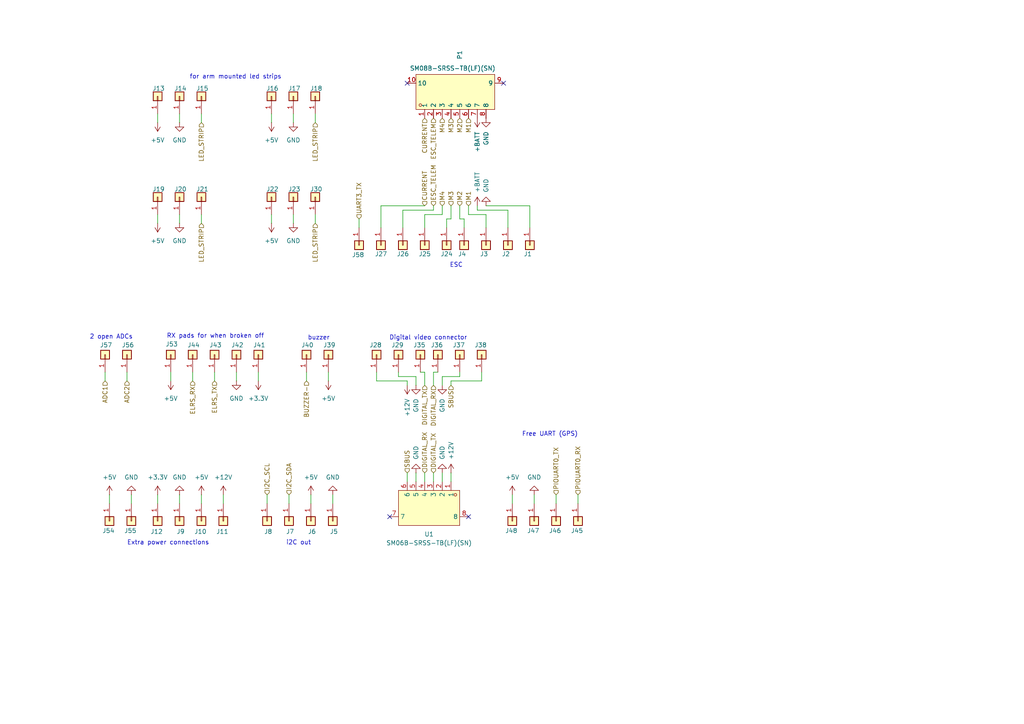
<source format=kicad_sch>
(kicad_sch (version 20250114) (generator "eeschema") (generator_version "9.0")
  (paper "A4")
  (lib_symbols
    (symbol "+5V_1" (power) (pin_numbers (hide yes)) (pin_names (offset 0) (hide yes))
      (property "Value" "+5V" (at 0 3.556 0))
      (symbol "+5V_1_0_1"
        (polyline (pts (xy -0.762 1.27) (xy 0 2.54)))
        (polyline (pts (xy 0 2.54) (xy 0.762 1.27)))
        (polyline (pts (xy 0 0) (xy 0 2.54)))
      )
      (symbol "+5V_1_1_1"
        (pin power_in line (at 0 0 90) (length 0) (name "~") (number "1"))
      )
    )
    (symbol "+BATT_1" (power) (pin_numbers (hide yes)) (pin_names (offset 0) (hide yes))
      (property "Value" "+BATT" (at 0 3.556 0))
      (symbol "+BATT_1_0_1"
        (polyline (pts (xy -0.762 1.27) (xy 0 2.54)))
        (polyline (pts (xy 0 2.54) (xy 0.762 1.27)))
        (polyline (pts (xy 0 0) (xy 0 2.54)))
      )
      (symbol "+BATT_1_1_1"
        (pin power_in line (at 0 0 90) (length 0) (name "~") (number "1"))
      )
    )
    (symbol "Connector_Generic:Conn_01x01" (pin_names (offset 1.016) (hide yes))
      (property "Reference" "J" (at 0 2.54 0))
      (property "Value" "Conn_01x01" (at 0 -2.54 0))
      (symbol "Conn_01x01_1_1"
        (rectangle (start -1.27 1.27) (end 1.27 -1.27) (stroke (width 0.254)) (fill (type background)))
        (rectangle (start -1.27 0.127) (end 0 -0.127) (stroke (width 0.1524)))
        (pin passive line (at -5.08 0 0) (length 3.81) (name "Pin_1") (number "1"))
      )
    )
    (symbol "lib:SM06B-SRSS-TB(LF)(SN)"
      (property "Reference" "U" (at 0 17.78 0))
      (property "Value" "SM06B-SRSS-TB(LF)(SN)" (at 0 -15.24 0))
      (symbol "SM06B-SRSS-TB(LF)(SN)_0_1"
        (rectangle (start -2.54 10.16) (end 7.62 -7.62) (fill (type background)))
        (circle (center -1.27 8.89) (radius 0.38))
        (pin unspecified line (at -5.08 7.62 0) (length 2.54) (name "1") (number "1"))
        (pin unspecified line (at -5.08 5.08 0) (length 2.54) (name "2") (number "2"))
        (pin unspecified line (at -5.08 2.54 0) (length 2.54) (name "3") (number "3"))
        (pin unspecified line (at -5.08 0 0) (length 2.54) (name "4") (number "4"))
        (pin unspecified line (at -5.08 -2.54 0) (length 2.54) (name "5") (number "5"))
        (pin unspecified line (at -5.08 -5.08 0) (length 2.54) (name "6") (number "6"))
        (pin unspecified line (at 5.08 12.7 270) (length 2.54) (name "8") (number "8"))
        (pin unspecified line (at 5.08 -10.16 90) (length 2.54) (name "7") (number "7"))
      )
    )
    (symbol "lib:SM08B-SRSS-TB(LF)(SN)"
      (property "Reference" "P" (at 0 17.78 0))
      (property "Value" "SM08B-SRSS-TB(LF)(SN)" (at 0 -20.32 0))
      (symbol "SM08B-SRSS-TB(LF)(SN)_0_1"
        (rectangle (start -2.54 10.16) (end 7.62 -12.7) (fill (type background)))
        (circle (center -1.27 8.89) (radius 0.38))
        (pin unspecified line (at -5.08 7.62 0) (length 2.54) (name "1") (number "1"))
        (pin unspecified line (at -5.08 5.08 0) (length 2.54) (name "2") (number "2"))
        (pin unspecified line (at -5.08 2.54 0) (length 2.54) (name "3") (number "3"))
        (pin unspecified line (at -5.08 0 0) (length 2.54) (name "4") (number "4"))
        (pin unspecified line (at -5.08 -2.54 0) (length 2.54) (name "5") (number "5"))
        (pin unspecified line (at -5.08 -5.08 0) (length 2.54) (name "6") (number "6"))
        (pin unspecified line (at -5.08 -7.62 0) (length 2.54) (name "7") (number "7"))
        (pin unspecified line (at -5.08 -10.16 0) (length 2.54) (name "8") (number "8"))
        (pin unspecified line (at 5.08 12.7 270) (length 2.54) (name "10") (number "10"))
        (pin unspecified line (at 5.08 -15.24 90) (length 2.54) (name "9") (number "9"))
      )
    )
    (symbol "power:+3.3V" (power) (pin_numbers (hide yes)) (pin_names (offset 0) (hide yes))
      (property "Value" "+3.3V" (at 0 3.556 0))
      (symbol "+3.3V_0_1"
        (polyline (pts (xy -0.762 1.27) (xy 0 2.54)))
        (polyline (pts (xy 0 2.54) (xy 0.762 1.27)))
        (polyline (pts (xy 0 0) (xy 0 2.54)))
      )
      (symbol "+3.3V_1_1"
        (pin power_in line (at 0 0 90) (length 0) (name "~") (number "1"))
      )
    )
    (symbol "power:GND" (power) (pin_numbers (hide yes)) (pin_names (offset 0) (hide yes))
      (property "Value" "GND" (at 0 -3.81 0))
      (symbol "GND_0_1"
        (polyline (pts (xy 0 0) (xy 0 -1.27) (xy 1.27 -1.27) (xy 0 -2.54) (xy -1.27 -1.27) (xy 0 -1.27)))
      )
      (symbol "GND_1_1"
        (pin power_in line (at 0 0 270) (length 0) (name "~") (number "1"))
      )
    )
  )
  (text "Free UART (GPS)" (at 159.512 125.984 0) (effects (font (size 1.27 1.27))))
  (text "i2C out" (at 86.614 157.48 0) (effects (font (size 1.27 1.27))))
  (text "2 open ADCs" (at 32.258 97.79 0) (effects (font (size 1.27 1.27))))
  (text "buzzer\n" (at 92.456 98.044 0) (effects (font (size 1.27 1.27))))
  (text "RX pads for when broken off" (at 62.484 97.536 0) (effects (font (size 1.27 1.27))))
  (text "ESC" (at 132.334 76.962 0) (effects (font (size 1.27 1.27))))
  (text "Digital video connector" (at 124.206 98.044 0) (effects (font (size 1.27 1.27))))
  (text "Extra power connections\n" (at 48.768 157.48 0) (effects (font (size 1.27 1.27))))
  (text "for arm mounted led strips" (at 68.326 22.352 0) (effects (font (size 1.27 1.27))))
  (no_connect (at 113.03 149.86))
  (no_connect (at 135.89 149.86))
  (no_connect (at 118.11 24.13))
  (no_connect (at 146.05 24.13))
  (wire (pts (xy 130.81 111.76) (xy 130.81 110.49)))
  (wire (pts (xy 115.57 109.22) (xy 115.57 107.95)))
  (wire (pts (xy 130.81 110.49) (xy 139.7 110.49)))
  (wire (pts (xy 52.07 33.02) (xy 52.07 35.56)))
  (wire (pts (xy 123.19 137.16) (xy 123.19 139.7)))
  (wire (pts (xy 128.27 137.16) (xy 128.27 139.7)))
  (wire (pts (xy 118.11 111.76) (xy 118.11 110.49)))
  (wire (pts (xy 128.27 111.76) (xy 128.27 109.22)))
  (wire (pts (xy 128.27 109.22) (xy 133.35 109.22)))
  (wire (pts (xy 49.53 107.95) (xy 49.53 110.49)))
  (wire (pts (xy 130.81 63.5) (xy 130.81 59.69)))
  (wire (pts (xy 109.22 110.49) (xy 109.22 107.95)))
  (wire (pts (xy 125.73 60.96) (xy 125.73 59.69)))
  (wire (pts (xy 140.97 59.69) (xy 153.67 59.69)))
  (wire (pts (xy 140.97 62.23) (xy 135.89 62.23)))
  (wire (pts (xy 36.83 107.95) (xy 36.83 110.49)))
  (wire (pts (xy 129.54 63.5) (xy 129.54 66.04)))
  (wire (pts (xy 153.67 66.04) (xy 153.67 59.69)))
  (wire (pts (xy 123.19 66.04) (xy 123.19 62.23)))
  (wire (pts (xy 118.11 110.49) (xy 109.22 110.49)))
  (wire (pts (xy 110.49 66.04) (xy 110.49 59.69)))
  (wire (pts (xy 140.97 66.04) (xy 140.97 62.23)))
  (wire (pts (xy 45.72 62.23) (xy 45.72 64.77)))
  (wire (pts (xy 123.19 62.23) (xy 128.27 62.23)))
  (wire (pts (xy 118.11 137.16) (xy 118.11 139.7)))
  (wire (pts (xy 116.84 66.04) (xy 116.84 60.96)))
  (wire (pts (xy 85.09 62.23) (xy 85.09 64.77)))
  (wire (pts (xy 58.42 62.23) (xy 58.42 64.77)))
  (wire (pts (xy 38.1 146.05) (xy 38.1 143.51)))
  (wire (pts (xy 68.58 107.95) (xy 68.58 110.49)))
  (wire (pts (xy 120.65 111.76) (xy 120.65 109.22)))
  (wire (pts (xy 96.52 146.05) (xy 96.52 143.51)))
  (wire (pts (xy 154.94 146.05) (xy 154.94 143.51)))
  (wire (pts (xy 77.47 143.51) (xy 77.47 146.05)))
  (wire (pts (xy 78.74 33.02) (xy 78.74 35.56)))
  (wire (pts (xy 161.29 146.05) (xy 161.29 143.51)))
  (wire (pts (xy 134.62 63.5) (xy 133.35 63.5)))
  (wire (pts (xy 148.59 146.05) (xy 148.59 143.51)))
  (wire (pts (xy 83.82 146.05) (xy 83.82 143.51)))
  (wire (pts (xy 74.93 107.95) (xy 74.93 110.49)))
  (wire (pts (xy 130.81 137.16) (xy 130.81 139.7)))
  (wire (pts (xy 120.65 109.22) (xy 115.57 109.22)))
  (wire (pts (xy 138.43 60.96) (xy 138.43 59.69)))
  (wire (pts (xy 45.72 146.05) (xy 45.72 143.51)))
  (wire (pts (xy 123.19 107.95) (xy 121.92 107.95)))
  (wire (pts (xy 95.25 107.95) (xy 95.25 110.49)))
  (wire (pts (xy 52.07 146.05) (xy 52.07 143.51)))
  (wire (pts (xy 78.74 62.23) (xy 78.74 64.77)))
  (wire (pts (xy 90.17 146.05) (xy 90.17 143.51)))
  (wire (pts (xy 58.42 33.02) (xy 58.42 35.56)))
  (wire (pts (xy 135.89 62.23) (xy 135.89 59.69)))
  (wire (pts (xy 88.9 107.95) (xy 88.9 110.49)))
  (wire (pts (xy 133.35 63.5) (xy 133.35 59.69)))
  (wire (pts (xy 91.44 33.02) (xy 91.44 35.56)))
  (wire (pts (xy 64.77 146.05) (xy 64.77 143.51)))
  (wire (pts (xy 125.73 111.76) (xy 125.73 107.95)))
  (wire (pts (xy 139.7 110.49) (xy 139.7 107.95)))
  (wire (pts (xy 104.14 66.04) (xy 104.14 63.5)))
  (wire (pts (xy 134.62 63.5) (xy 134.62 66.04)))
  (wire (pts (xy 30.48 107.95) (xy 30.48 110.49)))
  (wire (pts (xy 129.54 63.5) (xy 130.81 63.5)))
  (wire (pts (xy 110.49 59.69) (xy 123.19 59.69)))
  (wire (pts (xy 116.84 60.96) (xy 125.73 60.96)))
  (wire (pts (xy 31.75 146.05) (xy 31.75 143.51)))
  (wire (pts (xy 120.65 137.16) (xy 120.65 139.7)))
  (wire (pts (xy 133.35 109.22) (xy 133.35 107.95)))
  (wire (pts (xy 128.27 62.23) (xy 128.27 59.69)))
  (wire (pts (xy 45.72 33.02) (xy 45.72 35.56)))
  (wire (pts (xy 62.23 107.95) (xy 62.23 110.49)))
  (wire (pts (xy 125.73 137.16) (xy 125.73 139.7)))
  (wire (pts (xy 147.32 60.96) (xy 138.43 60.96)))
  (wire (pts (xy 55.88 107.95) (xy 55.88 110.49)))
  (wire (pts (xy 58.42 146.05) (xy 58.42 143.51)))
  (wire (pts (xy 125.73 107.95) (xy 127 107.95)))
  (wire (pts (xy 91.44 62.23) (xy 91.44 64.77)))
  (wire (pts (xy 52.07 62.23) (xy 52.07 64.77)))
  (wire (pts (xy 167.64 146.05) (xy 167.64 143.51)))
  (wire (pts (xy 85.09 33.02) (xy 85.09 35.56)))
  (wire (pts (xy 147.32 66.04) (xy 147.32 60.96)))
  (wire (pts (xy 123.19 111.76) (xy 123.19 107.95)))
  (hierarchical_label "LED_STRIP" (shape input) (at 91.44 35.56 270))
  (hierarchical_label "M1" (shape input) (at 135.89 59.69 90))
  (hierarchical_label "LED_STRIP" (shape input) (at 58.42 64.77 270))
  (hierarchical_label "ESC_TELEM" (shape input) (at 125.73 34.29 270))
  (hierarchical_label "CURRENT" (shape input) (at 123.19 34.29 270))
  (hierarchical_label "LED_STRIP" (shape input) (at 91.44 64.77 270))
  (hierarchical_label "PIOUART0_RX" (shape input) (at 167.64 143.51 90))
  (hierarchical_label "SBUS" (shape input) (at 130.81 111.76 270))
  (hierarchical_label "M4" (shape input) (at 128.27 59.69 90))
  (hierarchical_label "DIGITAL_TX" (shape input) (at 123.19 111.76 270))
  (hierarchical_label "M2" (shape input) (at 133.35 34.29 270))
  (hierarchical_label "I2C_SDA" (shape input) (at 83.82 143.51 90))
  (hierarchical_label "DIGITAL_TX" (shape input) (at 125.73 137.16 90))
  (hierarchical_label "I2C_SCL" (shape input) (at 77.47 143.51 90))
  (hierarchical_label "M1" (shape input) (at 135.89 34.29 270))
  (hierarchical_label "LED_STRIP" (shape input) (at 58.42 35.56 270))
  (hierarchical_label "M3" (shape input) (at 130.81 34.29 270))
  (hierarchical_label "DIGITAL_RX" (shape input) (at 123.19 137.16 90))
  (hierarchical_label "PIOUART0_TX" (shape input) (at 161.29 143.51 90))
  (hierarchical_label "ESC_TELEM" (shape input) (at 125.73 59.69 90))
  (hierarchical_label "BUZZER-" (shape input) (at 88.9 110.49 270))
  (hierarchical_label "ADC1" (shape input) (at 30.48 110.49 270))
  (hierarchical_label "CURRENT" (shape input) (at 123.19 59.69 90))
  (hierarchical_label "M3" (shape input) (at 130.81 59.69 90))
  (hierarchical_label "M4" (shape input) (at 128.27 34.29 270))
  (hierarchical_label "DIGITAL_RX" (shape input) (at 125.73 111.76 270))
  (hierarchical_label "UART3_TX" (shape input) (at 104.14 63.5 90))
  (hierarchical_label "ADC2" (shape input) (at 36.83 110.49 270))
  (hierarchical_label "ELRS_RX" (shape input) (at 55.88 110.49 270))
  (hierarchical_label "ELRS_TX" (shape input) (at 62.23 110.49 270))
  (hierarchical_label "SBUS" (shape input) (at 118.11 137.16 90))
  (hierarchical_label "M2" (shape input) (at 133.35 59.69 90))
  (symbol (lib_id "Connector_Generic:Conn_01x01") (at 52.07 57.15 90) (unit 1)
    (property "Reference" "J20" (at 50.546 54.864 90) (effects (justify right)))
    (property "Value" "5V" (effects (hide yes)))
    (property "Footprint" "lib:small_pad" (effects (hide yes)))
    (property "Description" "Generic connector, single row, 01x01, script generated (kicad-library-utils/schlib/autogen/connector/)" (effects (hide yes)))
  )
  (symbol (lib_id "Connector_Generic:Conn_01x01") (at 77.47 151.13 270) (unit 1)
    (property "Reference" "J8" (at 78.994 154.178 90) (effects (justify right)))
    (property "Value" "5V" (effects (hide yes)))
    (property "Footprint" "lib:small_pad" (effects (hide yes)))
    (property "Description" "Generic connector, single row, 01x01, script generated (kicad-library-utils/schlib/autogen/connector/)" (effects (hide yes)))
  )
  (symbol (lib_id "Connector_Generic:Conn_01x01") (at 147.32 71.12 90) (mirror x) (unit 1)
    (property "Reference" "J2" (at 145.542 73.66 90) (effects (justify right)))
    (property "Value" "5V" (effects (hide yes)))
    (property "Footprint" "lib:small_pad" (effects (hide yes)))
    (property "Description" "Generic connector, single row, 01x01, script generated (kicad-library-utils/schlib/autogen/connector/)" (effects (hide yes)))
  )
  (symbol (lib_id "Connector_Generic:Conn_01x01") (at 55.88 102.87 90) (unit 1)
    (property "Reference" "J44" (at 54.356 100.076 90) (effects (justify right)))
    (property "Value" "5V" (effects (hide yes)))
    (property "Footprint" "lib:small_pad" (effects (hide yes)))
    (property "Description" "Generic connector, single row, 01x01, script generated (kicad-library-utils/schlib/autogen/connector/)" (effects (hide yes)))
  )
  (symbol (lib_id "Connector_Generic:Conn_01x01") (at 30.48 102.87 90) (unit 1)
    (property "Reference" "J57" (at 28.956 100.076 90) (effects (justify right)))
    (property "Value" "5V" (effects (hide yes)))
    (property "Footprint" "lib:small_pad" (effects (hide yes)))
    (property "Description" "Generic connector, single row, 01x01, script generated (kicad-library-utils/schlib/autogen/connector/)" (effects (hide yes)))
  )
  (symbol (lib_name "+5V_1") (lib_id "power:+5V") (at 148.59 143.51 0) (unit 1)
    (property "Reference" "#PWR036" (effects (hide yes)))
    (property "Value" "+5V" (at 148.59 138.43 0))
    (property "Description" "Power symbol creates a global label with name \"+5V\"" (effects (hide yes)))
  )
  (symbol (lib_id "power:GND") (at 52.07 35.56 0) (unit 1)
    (property "Reference" "#PWR0182" (effects (hide yes)))
    (property "Value" "GND" (at 52.07 40.64 0))
  )
  (symbol (lib_id "power:GND") (at 85.09 64.77 0) (unit 1)
    (property "Reference" "#PWR0188" (effects (hide yes)))
    (property "Value" "GND" (at 85.09 69.85 0))
  )
  (symbol (lib_id "Connector_Generic:Conn_01x01") (at 121.92 102.87 270) (mirror x) (unit 1)
    (property "Reference" "J35" (at 123.444 100.076 90) (effects (justify right)))
    (property "Value" "5V" (effects (hide yes)))
    (property "Footprint" "lib:small_pad" (effects (hide yes)))
    (property "Description" "Generic connector, single row, 01x01, script generated (kicad-library-utils/schlib/autogen/connector/)" (effects (hide yes)))
  )
  (symbol (lib_id "lib:SM06B-SRSS-TB(LF)(SN)") (at 123.19 144.78 270) (unit 1)
    (property "Reference" "U1" (at 124.46 154.94 90))
    (property "Value" "SM06B-SRSS-TB(LF)(SN)" (at 124.46 157.48 90))
    (property "Footprint" "lib:CONN-SMD_SM06B-SRSS-TB-LF-SN" (effects (hide yes)))
    (property "Datasheet" "https://lcsc.com/product-detail/Others_JST-Sales-America__JST-Sales-America-SM06B-SRSS-TB-LF-SN_C160405.html" (effects (hide yes)))
    (property "LCSC Part" "C160405" (effects (hide yes)))
  )
  (symbol (lib_id "Connector_Generic:Conn_01x01") (at 134.62 71.12 90) (mirror x) (unit 1)
    (property "Reference" "J4" (at 132.842 73.66 90) (effects (justify right)))
    (property "Value" "5V" (effects (hide yes)))
    (property "Footprint" "lib:small_pad" (effects (hide yes)))
    (property "Description" "Generic connector, single row, 01x01, script generated (kicad-library-utils/schlib/autogen/connector/)" (effects (hide yes)))
  )
  (symbol (lib_id "Connector_Generic:Conn_01x01") (at 49.53 102.87 90) (unit 1)
    (property "Reference" "J53" (at 48.006 99.822 90) (effects (justify right)))
    (property "Value" "5V" (effects (hide yes)))
    (property "Footprint" "lib:small_pad" (effects (hide yes)))
    (property "Description" "Generic connector, single row, 01x01, script generated (kicad-library-utils/schlib/autogen/connector/)" (effects (hide yes)))
  )
  (symbol (lib_id "Connector_Generic:Conn_01x01") (at 64.77 151.13 270) (unit 1)
    (property "Reference" "J11" (at 66.294 154.178 90) (effects (justify right)))
    (property "Value" "5V" (effects (hide yes)))
    (property "Footprint" "lib:small_pad" (effects (hide yes)))
    (property "Description" "Generic connector, single row, 01x01, script generated (kicad-library-utils/schlib/autogen/connector/)" (effects (hide yes)))
  )
  (symbol (lib_id "power:GND") (at 128.27 137.16 180) (unit 1)
    (property "Reference" "#PWR0302" (effects (hide yes)))
    (property "Value" "GND" (at 128.2701 133.35 90) (effects (justify right)))
  )
  (symbol (lib_id "power:GND") (at 68.58 110.49 0) (unit 1)
    (property "Reference" "#PWR030" (effects (hide yes)))
    (property "Value" "GND" (at 68.58 115.57 0))
  )
  (symbol (lib_id "Connector_Generic:Conn_01x01") (at 45.72 57.15 90) (unit 1)
    (property "Reference" "J19" (at 44.196 54.864 90) (effects (justify right)))
    (property "Value" "5V" (effects (hide yes)))
    (property "Footprint" "lib:small_pad" (effects (hide yes)))
    (property "Description" "Generic connector, single row, 01x01, script generated (kicad-library-utils/schlib/autogen/connector/)" (effects (hide yes)))
  )
  (symbol (lib_id "Connector_Generic:Conn_01x01") (at 74.93 102.87 90) (unit 1)
    (property "Reference" "J41" (at 73.406 100.076 90) (effects (justify right)))
    (property "Value" "5V" (effects (hide yes)))
    (property "Footprint" "lib:small_pad" (effects (hide yes)))
    (property "Description" "Generic connector, single row, 01x01, script generated (kicad-library-utils/schlib/autogen/connector/)" (effects (hide yes)))
  )
  (symbol (lib_id "Connector_Generic:Conn_01x01") (at 58.42 57.15 90) (unit 1)
    (property "Reference" "J21" (at 56.896 54.864 90) (effects (justify right)))
    (property "Value" "5V" (effects (hide yes)))
    (property "Footprint" "lib:small_pad" (effects (hide yes)))
    (property "Description" "Generic connector, single row, 01x01, script generated (kicad-library-utils/schlib/autogen/connector/)" (effects (hide yes)))
  )
  (symbol (lib_id "Connector_Generic:Conn_01x01") (at 109.22 102.87 270) (mirror x) (unit 1)
    (property "Reference" "J28" (at 110.744 100.076 90) (effects (justify right)))
    (property "Value" "5V" (effects (hide yes)))
    (property "Footprint" "lib:small_pad" (effects (hide yes)))
    (property "Description" "Generic connector, single row, 01x01, script generated (kicad-library-utils/schlib/autogen/connector/)" (effects (hide yes)))
  )
  (symbol (lib_id "Connector_Generic:Conn_01x01") (at 78.74 27.94 90) (unit 1)
    (property "Reference" "J16" (at 77.216 25.654 90) (effects (justify right)))
    (property "Value" "5V" (effects (hide yes)))
    (property "Footprint" "lib:small_pad" (effects (hide yes)))
    (property "Description" "Generic connector, single row, 01x01, script generated (kicad-library-utils/schlib/autogen/connector/)" (effects (hide yes)))
  )
  (symbol (lib_id "power:GND") (at 140.97 59.69 180) (unit 1)
    (property "Reference" "#PWR023" (effects (hide yes)))
    (property "Value" "GND" (at 140.9701 55.88 90) (effects (justify right)))
  )
  (symbol (lib_id "Connector_Generic:Conn_01x01") (at 85.09 27.94 90) (unit 1)
    (property "Reference" "J17" (at 83.566 25.654 90) (effects (justify right)))
    (property "Value" "5V" (effects (hide yes)))
    (property "Footprint" "lib:small_pad" (effects (hide yes)))
    (property "Description" "Generic connector, single row, 01x01, script generated (kicad-library-utils/schlib/autogen/connector/)" (effects (hide yes)))
  )
  (symbol (lib_id "power:GND") (at 128.27 111.76 0) (unit 1)
    (property "Reference" "#PWR025" (effects (hide yes)))
    (property "Value" "GND" (at 128.2699 115.57 90) (effects (justify right)))
  )
  (symbol (lib_name "+5V_1") (lib_id "power:+5V") (at 45.72 64.77 180) (unit 1)
    (property "Reference" "#PWR0180" (effects (hide yes)))
    (property "Value" "+5V" (at 45.72 69.85 0))
    (property "Description" "Power symbol creates a global label with name \"+5V\"" (effects (hide yes)))
  )
  (symbol (lib_id "power:+3.3V") (at 45.72 143.51 0) (unit 1)
    (property "Reference" "#PWR034" (effects (hide yes)))
    (property "Value" "+3.3V" (at 45.72 138.43 0))
    (property "Description" "Power symbol creates a global label with name \"+3.3V\"" (effects (hide yes)))
  )
  (symbol (lib_id "Connector_Generic:Conn_01x01") (at 133.35 102.87 270) (mirror x) (unit 1)
    (property "Reference" "J37" (at 134.874 100.076 90) (effects (justify right)))
    (property "Value" "5V" (effects (hide yes)))
    (property "Footprint" "lib:small_pad" (effects (hide yes)))
    (property "Description" "Generic connector, single row, 01x01, script generated (kicad-library-utils/schlib/autogen/connector/)" (effects (hide yes)))
  )
  (symbol (lib_id "Connector_Generic:Conn_01x01") (at 36.83 102.87 90) (unit 1)
    (property "Reference" "J56" (at 35.306 100.076 90) (effects (justify right)))
    (property "Value" "5V" (effects (hide yes)))
    (property "Footprint" "lib:small_pad" (effects (hide yes)))
    (property "Description" "Generic connector, single row, 01x01, script generated (kicad-library-utils/schlib/autogen/connector/)" (effects (hide yes)))
  )
  (symbol (lib_name "+5V_1") (lib_id "power:+5V") (at 49.53 110.49 0) (mirror x) (unit 1)
    (property "Reference" "#PWR037" (effects (hide yes)))
    (property "Value" "+5V" (at 49.53 115.57 0))
    (property "Description" "Power symbol creates a global label with name \"+5V\"" (effects (hide yes)))
  )
  (symbol (lib_name "+5V_1") (lib_id "power:+5V") (at 31.75 143.51 0) (unit 1)
    (property "Reference" "#PWR038" (effects (hide yes)))
    (property "Value" "+5V" (at 31.75 138.43 0))
    (property "Description" "Power symbol creates a global label with name \"+5V\"" (effects (hide yes)))
  )
  (symbol (lib_id "power:GND") (at 120.65 137.16 180) (unit 1)
    (property "Reference" "#PWR0301" (effects (hide yes)))
    (property "Value" "GND" (at 120.6501 133.35 90) (effects (justify right)))
  )
  (symbol (lib_id "Connector_Generic:Conn_01x01") (at 110.49 71.12 90) (mirror x) (unit 1)
    (property "Reference" "J27" (at 108.712 73.66 90) (effects (justify right)))
    (property "Value" "5V" (effects (hide yes)))
    (property "Footprint" "lib:small_pad" (effects (hide yes)))
    (property "Description" "Generic connector, single row, 01x01, script generated (kicad-library-utils/schlib/autogen/connector/)" (effects (hide yes)))
  )
  (symbol (lib_id "Connector_Generic:Conn_01x01") (at 91.44 27.94 90) (unit 1)
    (property "Reference" "J18" (at 89.916 25.654 90) (effects (justify right)))
    (property "Value" "5V" (effects (hide yes)))
    (property "Footprint" "lib:small_pad" (effects (hide yes)))
    (property "Description" "Generic connector, single row, 01x01, script generated (kicad-library-utils/schlib/autogen/connector/)" (effects (hide yes)))
  )
  (symbol (lib_name "+5V_1") (lib_id "power:+5V") (at 78.74 64.77 180) (unit 1)
    (property "Reference" "#PWR0186" (effects (hide yes)))
    (property "Value" "+5V" (at 78.74 69.85 0))
    (property "Description" "Power symbol creates a global label with name \"+5V\"" (effects (hide yes)))
  )
  (symbol (lib_id "Connector_Generic:Conn_01x01") (at 58.42 151.13 270) (unit 1)
    (property "Reference" "J10" (at 59.944 154.178 90) (effects (justify right)))
    (property "Value" "5V" (effects (hide yes)))
    (property "Footprint" "lib:small_pad" (effects (hide yes)))
    (property "Description" "Generic connector, single row, 01x01, script generated (kicad-library-utils/schlib/autogen/connector/)" (effects (hide yes)))
  )
  (symbol (lib_name "+5V_1") (lib_id "power:+5V") (at 95.25 110.49 180) (unit 1)
    (property "Reference" "#PWR028" (effects (hide yes)))
    (property "Value" "+5V" (at 95.25 115.57 0))
    (property "Description" "Power symbol creates a global label with name \"+5V\"" (effects (hide yes)))
  )
  (symbol (lib_id "power:GND") (at 85.09 35.56 0) (unit 1)
    (property "Reference" "#PWR0187" (effects (hide yes)))
    (property "Value" "GND" (at 85.09 40.64 0))
  )
  (symbol (lib_name "+5V_1") (lib_id "power:+5V") (at 45.72 35.56 180) (unit 1)
    (property "Reference" "#PWR0179" (effects (hide yes)))
    (property "Value" "+5V" (at 45.72 40.64 0))
    (property "Description" "Power symbol creates a global label with name \"+5V\"" (effects (hide yes)))
  )
  (symbol (lib_id "power:GND") (at 52.07 64.77 0) (unit 1)
    (property "Reference" "#PWR0183" (effects (hide yes)))
    (property "Value" "GND" (at 52.07 69.85 0))
  )
  (symbol (lib_id "Connector_Generic:Conn_01x01") (at 62.23 102.87 90) (unit 1)
    (property "Reference" "J43" (at 60.706 100.076 90) (effects (justify right)))
    (property "Value" "5V" (effects (hide yes)))
    (property "Footprint" "lib:small_pad" (effects (hide yes)))
    (property "Description" "Generic connector, single row, 01x01, script generated (kicad-library-utils/schlib/autogen/connector/)" (effects (hide yes)))
  )
  (symbol (lib_id "Connector_Generic:Conn_01x01") (at 78.74 57.15 90) (unit 1)
    (property "Reference" "J22" (at 77.216 54.864 90) (effects (justify right)))
    (property "Value" "5V" (effects (hide yes)))
    (property "Footprint" "lib:small_pad" (effects (hide yes)))
    (property "Description" "Generic connector, single row, 01x01, script generated (kicad-library-utils/schlib/autogen/connector/)" (effects (hide yes)))
  )
  (symbol (lib_id "lib:SM08B-SRSS-TB(LF)(SN)") (at 130.81 29.21 90) (unit 1)
    (property "Reference" "P1" (at 133.35 17.272 0) (effects (justify left)))
    (property "Value" "SM08B-SRSS-TB(LF)(SN)" (at 143.764 19.812 90) (effects (justify left)))
    (property "Footprint" "lib:CONN-TH_SM08B-SRSS-TB-LF-SN" (effects (hide yes)))
    (property "Datasheet" "https://lcsc.com/product-detail/Others_JST-Sales-America__JST-Sales-America-SM08B-SRSS-TB-LF-SN_C160407.html" (effects (hide yes)))
    (property "LCSC Part" "C160407" (effects (hide yes)))
  )
  (symbol (lib_id "power:+3.3V") (at 74.93 110.49 180) (unit 1)
    (property "Reference" "#PWR029" (effects (hide yes)))
    (property "Value" "+3.3V" (at 74.93 115.57 0))
    (property "Description" "Power symbol creates a global label with name \"+3.3V\"" (effects (hide yes)))
  )
  (symbol (lib_name "+5V_1") (lib_id "power:+5V") (at 90.17 143.51 0) (mirror y) (unit 1)
    (property "Reference" "#PWR0203" (effects (hide yes)))
    (property "Value" "+5V" (at 90.17 138.43 0))
    (property "Description" "Power symbol creates a global label with name \"+5V\"" (effects (hide yes)))
  )
  (symbol (lib_id "Connector_Generic:Conn_01x01") (at 96.52 151.13 270) (unit 1)
    (property "Reference" "J5" (at 98.044 154.178 90) (effects (justify right)))
    (property "Value" "5V" (effects (hide yes)))
    (property "Footprint" "lib:small_pad" (effects (hide yes)))
    (property "Description" "Generic connector, single row, 01x01, script generated (kicad-library-utils/schlib/autogen/connector/)" (effects (hide yes)))
  )
  (symbol (lib_id "Connector_Generic:Conn_01x01") (at 154.94 151.13 270) (unit 1)
    (property "Reference" "J47" (at 156.464 153.924 90) (effects (justify right)))
    (property "Value" "5V" (effects (hide yes)))
    (property "Footprint" "lib:small_pad" (effects (hide yes)))
    (property "Description" "Generic connector, single row, 01x01, script generated (kicad-library-utils/schlib/autogen/connector/)" (effects (hide yes)))
  )
  (symbol (lib_id "Connector_Generic:Conn_01x01") (at 95.25 102.87 90) (unit 1)
    (property "Reference" "J39" (at 93.726 100.076 90) (effects (justify right)))
    (property "Value" "5V" (effects (hide yes)))
    (property "Footprint" "lib:small_pad" (effects (hide yes)))
    (property "Description" "Generic connector, single row, 01x01, script generated (kicad-library-utils/schlib/autogen/connector/)" (effects (hide yes)))
  )
  (symbol (lib_id "Connector_Generic:Conn_01x01") (at 104.14 71.12 270) (unit 1)
    (property "Reference" "J58" (at 105.664 73.914 90) (effects (justify right)))
    (property "Value" "5V" (effects (hide yes)))
    (property "Footprint" "lib:small_pad" (effects (hide yes)))
    (property "Description" "Generic connector, single row, 01x01, script generated (kicad-library-utils/schlib/autogen/connector/)" (effects (hide yes)))
  )
  (symbol (lib_id "Connector_Generic:Conn_01x01") (at 139.7 102.87 270) (mirror x) (unit 1)
    (property "Reference" "J38" (at 141.224 100.076 90) (effects (justify right)))
    (property "Value" "5V" (effects (hide yes)))
    (property "Footprint" "lib:small_pad" (effects (hide yes)))
    (property "Description" "Generic connector, single row, 01x01, script generated (kicad-library-utils/schlib/autogen/connector/)" (effects (hide yes)))
  )
  (symbol (lib_id "Connector_Generic:Conn_01x01") (at 88.9 102.87 90) (unit 1)
    (property "Reference" "J40" (at 87.376 100.076 90) (effects (justify right)))
    (property "Value" "5V" (effects (hide yes)))
    (property "Footprint" "lib:small_pad" (effects (hide yes)))
    (property "Description" "Generic connector, single row, 01x01, script generated (kicad-library-utils/schlib/autogen/connector/)" (effects (hide yes)))
  )
  (symbol (lib_id "Connector_Generic:Conn_01x01") (at 58.42 27.94 90) (unit 1)
    (property "Reference" "J15" (at 56.896 25.654 90) (effects (justify right)))
    (property "Value" "5V" (effects (hide yes)))
    (property "Footprint" "lib:small_pad" (effects (hide yes)))
    (property "Description" "Generic connector, single row, 01x01, script generated (kicad-library-utils/schlib/autogen/connector/)" (effects (hide yes)))
  )
  (symbol (lib_name "+5V_1") (lib_id "power:+5V") (at 118.11 111.76 180) (unit 1)
    (property "Reference" "#PWR027" (effects (hide yes)))
    (property "Value" "+12V" (at 118.1099 115.57 90) (effects (justify left)))
    (property "Description" "Power symbol creates a global label with name \"+5V\"" (effects (hide yes)))
  )
  (symbol (lib_id "Connector_Generic:Conn_01x01") (at 52.07 27.94 90) (unit 1)
    (property "Reference" "J14" (at 50.546 25.654 90) (effects (justify right)))
    (property "Value" "5V" (effects (hide yes)))
    (property "Footprint" "lib:small_pad" (effects (hide yes)))
    (property "Description" "Generic connector, single row, 01x01, script generated (kicad-library-utils/schlib/autogen/connector/)" (effects (hide yes)))
  )
  (symbol (lib_id "Connector_Generic:Conn_01x01") (at 148.59 151.13 270) (unit 1)
    (property "Reference" "J48" (at 150.114 153.924 90) (effects (justify right)))
    (property "Value" "5V" (effects (hide yes)))
    (property "Footprint" "lib:small_pad" (effects (hide yes)))
    (property "Description" "Generic connector, single row, 01x01, script generated (kicad-library-utils/schlib/autogen/connector/)" (effects (hide yes)))
  )
  (symbol (lib_id "Connector_Generic:Conn_01x01") (at 115.57 102.87 270) (mirror x) (unit 1)
    (property "Reference" "J29" (at 117.094 100.076 90) (effects (justify right)))
    (property "Value" "5V" (effects (hide yes)))
    (property "Footprint" "lib:small_pad" (effects (hide yes)))
    (property "Description" "Generic connector, single row, 01x01, script generated (kicad-library-utils/schlib/autogen/connector/)" (effects (hide yes)))
  )
  (symbol (lib_id "Connector_Generic:Conn_01x01") (at 153.67 71.12 90) (mirror x) (unit 1)
    (property "Reference" "J1" (at 151.892 73.66 90) (effects (justify right)))
    (property "Value" "5V" (effects (hide yes)))
    (property "Footprint" "lib:small_pad" (effects (hide yes)))
    (property "Description" "Generic connector, single row, 01x01, script generated (kicad-library-utils/schlib/autogen/connector/)" (effects (hide yes)))
  )
  (symbol (lib_id "power:GND") (at 140.97 34.29 0) (mirror y) (unit 1)
    (property "Reference" "#PWR022" (effects (hide yes)))
    (property "Value" "GND" (at 140.9701 38.1 90) (effects (justify right)))
  )
  (symbol (lib_id "Connector_Generic:Conn_01x01") (at 31.75 151.13 270) (unit 1)
    (property "Reference" "J54" (at 33.274 153.924 90) (effects (justify right)))
    (property "Value" "5V" (effects (hide yes)))
    (property "Footprint" "lib:small_pad" (effects (hide yes)))
    (property "Description" "Generic connector, single row, 01x01, script generated (kicad-library-utils/schlib/autogen/connector/)" (effects (hide yes)))
  )
  (symbol (lib_id "Connector_Generic:Conn_01x01") (at 38.1 151.13 270) (unit 1)
    (property "Reference" "J55" (at 39.624 153.924 90) (effects (justify right)))
    (property "Value" "5V" (effects (hide yes)))
    (property "Footprint" "lib:small_pad" (effects (hide yes)))
    (property "Description" "Generic connector, single row, 01x01, script generated (kicad-library-utils/schlib/autogen/connector/)" (effects (hide yes)))
  )
  (symbol (lib_id "Connector_Generic:Conn_01x01") (at 123.19 71.12 90) (mirror x) (unit 1)
    (property "Reference" "J25" (at 121.412 73.66 90) (effects (justify right)))
    (property "Value" "5V" (effects (hide yes)))
    (property "Footprint" "lib:small_pad" (effects (hide yes)))
    (property "Description" "Generic connector, single row, 01x01, script generated (kicad-library-utils/schlib/autogen/connector/)" (effects (hide yes)))
  )
  (symbol (lib_name "+5V_1") (lib_id "power:+5V") (at 130.81 137.16 0) (unit 1)
    (property "Reference" "#PWR0303" (effects (hide yes)))
    (property "Value" "+12V" (at 130.8101 133.35 90) (effects (justify left)))
    (property "Description" "Power symbol creates a global label with name \"+5V\"" (effects (hide yes)))
  )
  (symbol (lib_id "Connector_Generic:Conn_01x01") (at 116.84 71.12 90) (mirror x) (unit 1)
    (property "Reference" "J26" (at 115.062 73.66 90) (effects (justify right)))
    (property "Value" "5V" (effects (hide yes)))
    (property "Footprint" "lib:small_pad" (effects (hide yes)))
    (property "Description" "Generic connector, single row, 01x01, script generated (kicad-library-utils/schlib/autogen/connector/)" (effects (hide yes)))
  )
  (symbol (lib_id "Connector_Generic:Conn_01x01") (at 68.58 102.87 90) (unit 1)
    (property "Reference" "J42" (at 67.056 100.076 90) (effects (justify right)))
    (property "Value" "5V" (effects (hide yes)))
    (property "Footprint" "lib:small_pad" (effects (hide yes)))
    (property "Description" "Generic connector, single row, 01x01, script generated (kicad-library-utils/schlib/autogen/connector/)" (effects (hide yes)))
  )
  (symbol (lib_id "Connector_Generic:Conn_01x01") (at 85.09 57.15 90) (unit 1)
    (property "Reference" "J23" (at 83.566 54.864 90) (effects (justify right)))
    (property "Value" "5V" (effects (hide yes)))
    (property "Footprint" "lib:small_pad" (effects (hide yes)))
    (property "Description" "Generic connector, single row, 01x01, script generated (kicad-library-utils/schlib/autogen/connector/)" (effects (hide yes)))
  )
  (symbol (lib_name "+5V_1") (lib_id "power:+5V") (at 78.74 35.56 180) (unit 1)
    (property "Reference" "#PWR0185" (effects (hide yes)))
    (property "Value" "+5V" (at 78.74 40.64 0))
    (property "Description" "Power symbol creates a global label with name \"+5V\"" (effects (hide yes)))
  )
  (symbol (lib_name "+5V_1") (lib_id "power:+5V") (at 58.42 143.51 0) (unit 1)
    (property "Reference" "#PWR032" (effects (hide yes)))
    (property "Value" "+5V" (at 58.42 138.43 0))
    (property "Description" "Power symbol creates a global label with name \"+5V\"" (effects (hide yes)))
  )
  (symbol (lib_id "power:GND") (at 52.07 143.51 180) (unit 1)
    (property "Reference" "#PWR033" (effects (hide yes)))
    (property "Value" "GND" (at 52.07 138.43 0))
  )
  (symbol (lib_name "+BATT_1") (lib_id "power:+BATT") (at 138.43 34.29 0) (mirror x) (unit 1)
    (property "Reference" "#PWR021" (effects (hide yes)))
    (property "Value" "+BATT" (at 138.4301 38.1 90) (effects (justify left)))
    (property "Description" "Power symbol creates a global label with name \"+BATT\"" (effects (hide yes)))
  )
  (symbol (lib_id "Connector_Generic:Conn_01x01") (at 129.54 71.12 90) (mirror x) (unit 1)
    (property "Reference" "J24" (at 127.762 73.66 90) (effects (justify right)))
    (property "Value" "5V" (effects (hide yes)))
    (property "Footprint" "lib:small_pad" (effects (hide yes)))
    (property "Description" "Generic connector, single row, 01x01, script generated (kicad-library-utils/schlib/autogen/connector/)" (effects (hide yes)))
  )
  (symbol (lib_id "Connector_Generic:Conn_01x01") (at 52.07 151.13 270) (unit 1)
    (property "Reference" "J9" (at 53.594 154.178 90) (effects (justify right)))
    (property "Value" "5V" (effects (hide yes)))
    (property "Footprint" "lib:small_pad" (effects (hide yes)))
    (property "Description" "Generic connector, single row, 01x01, script generated (kicad-library-utils/schlib/autogen/connector/)" (effects (hide yes)))
  )
  (symbol (lib_name "+5V_1") (lib_id "power:+5V") (at 64.77 143.51 0) (unit 1)
    (property "Reference" "#PWR031" (effects (hide yes)))
    (property "Value" "+12V" (at 64.77 138.43 0))
    (property "Description" "Power symbol creates a global label with name \"+5V\"" (effects (hide yes)))
  )
  (symbol (lib_id "power:GND") (at 38.1 143.51 180) (unit 1)
    (property "Reference" "#PWR039" (effects (hide yes)))
    (property "Value" "GND" (at 38.1 138.43 0))
  )
  (symbol (lib_id "Connector_Generic:Conn_01x01") (at 127 102.87 270) (mirror x) (unit 1)
    (property "Reference" "J36" (at 128.524 100.076 90) (effects (justify right)))
    (property "Value" "5V" (effects (hide yes)))
    (property "Footprint" "lib:small_pad" (effects (hide yes)))
    (property "Description" "Generic connector, single row, 01x01, script generated (kicad-library-utils/schlib/autogen/connector/)" (effects (hide yes)))
  )
  (symbol (lib_id "Connector_Generic:Conn_01x01") (at 140.97 71.12 90) (mirror x) (unit 1)
    (property "Reference" "J3" (at 139.192 73.66 90) (effects (justify right)))
    (property "Value" "5V" (effects (hide yes)))
    (property "Footprint" "lib:small_pad" (effects (hide yes)))
    (property "Description" "Generic connector, single row, 01x01, script generated (kicad-library-utils/schlib/autogen/connector/)" (effects (hide yes)))
  )
  (symbol (lib_id "Connector_Generic:Conn_01x01") (at 45.72 27.94 90) (unit 1)
    (property "Reference" "J13" (at 44.196 25.654 90) (effects (justify right)))
    (property "Value" "5V" (effects (hide yes)))
    (property "Footprint" "lib:small_pad" (effects (hide yes)))
    (property "Description" "Generic connector, single row, 01x01, script generated (kicad-library-utils/schlib/autogen/connector/)" (effects (hide yes)))
  )
  (symbol (lib_id "power:GND") (at 96.52 143.51 0) (mirror x) (unit 1)
    (property "Reference" "#PWR0204" (effects (hide yes)))
    (property "Value" "GND" (at 96.52 138.43 0))
  )
  (symbol (lib_id "Connector_Generic:Conn_01x01") (at 45.72 151.13 270) (unit 1)
    (property "Reference" "J12" (at 47.244 154.178 90) (effects (justify right)))
    (property "Value" "5V" (effects (hide yes)))
    (property "Footprint" "lib:small_pad" (effects (hide yes)))
    (property "Description" "Generic connector, single row, 01x01, script generated (kicad-library-utils/schlib/autogen/connector/)" (effects (hide yes)))
  )
  (symbol (lib_id "Connector_Generic:Conn_01x01") (at 161.29 151.13 270) (unit 1)
    (property "Reference" "J46" (at 162.814 153.924 90) (effects (justify right)))
    (property "Value" "5V" (effects (hide yes)))
    (property "Footprint" "lib:small_pad" (effects (hide yes)))
    (property "Description" "Generic connector, single row, 01x01, script generated (kicad-library-utils/schlib/autogen/connector/)" (effects (hide yes)))
  )
  (symbol (lib_id "Connector_Generic:Conn_01x01") (at 83.82 151.13 270) (unit 1)
    (property "Reference" "J7" (at 85.344 154.178 90) (effects (justify right)))
    (property "Value" "5V" (effects (hide yes)))
    (property "Footprint" "lib:small_pad" (effects (hide yes)))
    (property "Description" "Generic connector, single row, 01x01, script generated (kicad-library-utils/schlib/autogen/connector/)" (effects (hide yes)))
  )
  (symbol (lib_id "power:GND") (at 120.65 111.76 0) (unit 1)
    (property "Reference" "#PWR026" (effects (hide yes)))
    (property "Value" "GND" (at 120.6499 115.57 90) (effects (justify right)))
  )
  (symbol (lib_id "power:GND") (at 154.94 143.51 180) (unit 1)
    (property "Reference" "#PWR035" (effects (hide yes)))
    (property "Value" "GND" (at 154.94 138.43 0))
  )
  (symbol (lib_name "+BATT_1") (lib_id "power:+BATT") (at 138.43 59.69 0) (unit 1)
    (property "Reference" "#PWR024" (effects (hide yes)))
    (property "Value" "+BATT" (at 138.4301 55.88 90) (effects (justify left)))
    (property "Description" "Power symbol creates a global label with name \"+BATT\"" (effects (hide yes)))
  )
  (symbol (lib_id "Connector_Generic:Conn_01x01") (at 167.64 151.13 270) (unit 1)
    (property "Reference" "J45" (at 169.164 153.924 90) (effects (justify right)))
    (property "Value" "5V" (effects (hide yes)))
    (property "Footprint" "lib:small_pad" (effects (hide yes)))
    (property "Description" "Generic connector, single row, 01x01, script generated (kicad-library-utils/schlib/autogen/connector/)" (effects (hide yes)))
  )
  (symbol (lib_id "Connector_Generic:Conn_01x01") (at 91.44 57.15 90) (unit 1)
    (property "Reference" "J30" (at 89.916 54.864 90) (effects (justify right)))
    (property "Value" "5V" (effects (hide yes)))
    (property "Footprint" "lib:small_pad" (effects (hide yes)))
    (property "Description" "Generic connector, single row, 01x01, script generated (kicad-library-utils/schlib/autogen/connector/)" (effects (hide yes)))
  )
  (symbol (lib_id "Connector_Generic:Conn_01x01") (at 90.17 151.13 270) (unit 1)
    (property "Reference" "J6" (at 91.694 154.178 90) (effects (justify right)))
    (property "Value" "5V" (effects (hide yes)))
    (property "Footprint" "lib:small_pad" (effects (hide yes)))
    (property "Description" "Generic connector, single row, 01x01, script generated (kicad-library-utils/schlib/autogen/connector/)" (effects (hide yes)))
  )
)
</source>
